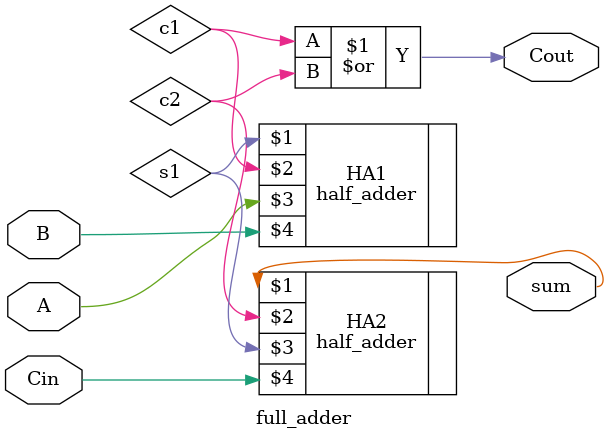
<source format=v>
`include "half_adder.v"
module full_adder(
  output sum, Cout,
  input A,B,Cin
);
wire s1, c1, c2;
half_adder HA1(s1,c1,A,B);
half_adder HA2(sum,c2,s1,Cin);
or OG1(Cout,c1,c2);

endmodule

</source>
